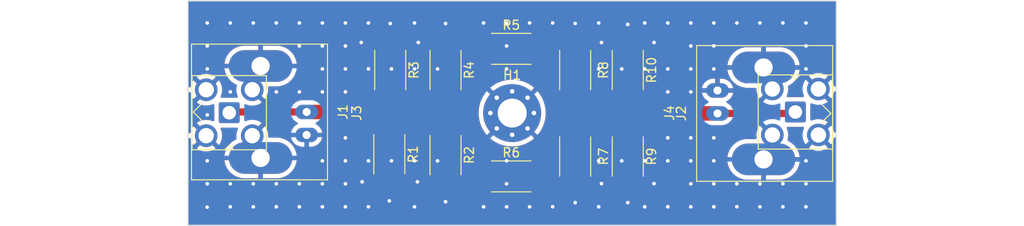
<source format=kicad_pcb>
(kicad_pcb (version 20221018) (generator pcbnew)
  (layers (0 "F.Cu" signal) (31 "B.Cu" signal) (34 "B.Paste" user) (35 "F.Paste" user) (36 "B.SilkS" user "B.Silkscreen") (37 "F.SilkS" user "F.Silkscreen") (38 "B.Mask" user) (39 "F.Mask" user) (44 "Edge.Cuts" user))
  (net 0 "")
  (net 1 "GND")
  (net 2 "/IN")
  (net 3 "/OUT")
  (footprint "Connector_Coaxial:BNC_Amphenol_B6252HB-NPP3G-50_Horizontal" (layer "F.Cu") (at 197.5 97.14 -90)
    (fp_text reference "J2" (at 0 4 90) (layer "F.SilkS"))
    (fp_text value "Conn_Coaxial")
    (fp_line (start -7.5 -12.7) (end 7.5 -12.7) (stroke (width 0.12)) (layer "F.SilkS"))
    (fp_line (start -7.5 2.3) (end -7.5 -12.7) (stroke (width 0.12)) (layer "F.SilkS"))
    (fp_line (start 0 -12.5) (end -1 -11.5) (stroke (width 0.12)) (layer "F.SilkS"))
    (fp_line (start 0 -12.5) (end 1 -11.5) (stroke (width 0.12)) (layer "F.SilkS"))
    (fp_line (start 7.5 -12.7) (end 7.5 2.3) (stroke (width 0.12)) (layer "F.SilkS"))
    (fp_line (start 7.5 2.3) (end -7.5 2.3) (stroke (width 0.12)) (layer "F.SilkS"))
    (pad "1" thru_hole oval (at 0 0 270) (size 1.6 2.5) (drill 0.89) (layers "*.Cu" "*.Mask") (net 3 "/OUT"))
    (pad "2" thru_hole oval (at -5.08 -5.08 270) (size 3.5 7) (drill 2.01) (layers "*.Cu" "*.Mask") (net 1 "GND"))
    (pad "2" thru_hole oval (at -2.54 0 270) (size 1.6 2.5) (drill 0.89) (layers "*.Cu" "*.Mask") (net 1 "GND"))
    (pad "2" thru_hole oval (at 5.08 -5.08 270) (size 3.5 7) (drill 2.01) (layers "*.Cu" "*.Mask") (net 1 "GND"))
  )
  (footprint "Resistor_SMD:R_2512_6332Metric_Pad1.40x3.35mm_HandSolder" (layer "F.Cu") (at 174.75 90)
    (fp_text reference "R5" (at 0 -2.62) (layer "F.SilkS"))
    (fp_text value "R")
    (fp_line (start -2.177064 -1.71) (end 2.177064 -1.71) (stroke (width 0.12)) (layer "F.SilkS"))
    (fp_line (start -2.177064 1.71) (end 2.177064 1.71) (stroke (width 0.12)) (layer "F.SilkS"))
    (pad "1" smd roundrect (at -3.05 0) (size 1.4 3.35) (layers "F.Cu" "F.Paste" "F.Mask") (roundrect_rratio 0.1785707143) (net 2 "/IN"))
    (pad "2" smd roundrect (at 3.05 0) (size 1.4 3.35) (layers "F.Cu" "F.Paste" "F.Mask") (roundrect_rratio 0.1785707143) (net 3 "/OUT"))
  )
  (footprint "Resistor_SMD:R_2512_6332Metric_Pad1.40x3.35mm_HandSolder" (layer "F.Cu") (at 181.8 101.9 -90)
    (fp_text reference "R7" (at 0 -3.12 90) (layer "F.SilkS"))
    (fp_text value "R")
    (fp_line (start -2.177064 -1.71) (end 2.177064 -1.71) (stroke (width 0.12)) (layer "F.SilkS"))
    (fp_line (start -2.177064 1.71) (end 2.177064 1.71) (stroke (width 0.12)) (layer "F.SilkS"))
    (pad "1" smd roundrect (at -3.05 0 270) (size 1.4 3.35) (layers "F.Cu" "F.Paste" "F.Mask") (roundrect_rratio 0.1785707143) (net 3 "/OUT"))
    (pad "2" smd roundrect (at 3.05 0 270) (size 1.4 3.35) (layers "F.Cu" "F.Paste" "F.Mask") (roundrect_rratio 0.1785707143) (net 1 "GND"))
  )
  (footprint "Resistor_SMD:R_2512_6332Metric_Pad1.40x3.35mm_HandSolder" (layer "F.Cu") (at 161.4 92.35 -90)
    (fp_text reference "R3" (at 0 -2.62 90) (layer "F.SilkS"))
    (fp_text value "R")
    (fp_line (start -2.177064 -1.71) (end 2.177064 -1.71) (stroke (width 0.12)) (layer "F.SilkS"))
    (fp_line (start -2.177064 1.71) (end 2.177064 1.71) (stroke (width 0.12)) (layer "F.SilkS"))
    (pad "1" smd roundrect (at -3.05 0 270) (size 1.4 3.35) (layers "F.Cu" "F.Paste" "F.Mask") (roundrect_rratio 0.1785707143) (net 1 "GND"))
    (pad "2" smd roundrect (at 3.05 0 270) (size 1.4 3.35) (layers "F.Cu" "F.Paste" "F.Mask") (roundrect_rratio 0.1785707143) (net 2 "/IN"))
  )
  (footprint "Connector_Coaxial:SMA_Amphenol_901-143_Horizontal" (layer "F.Cu") (at 143.64 97.06 90)
    (fp_text reference "J3" (at -0.04 14.06 270) (layer "F.SilkS"))
    (fp_text value "Conn_Coaxial")
    (fp_line (start -4.1 -4.1) (end -4.1 4.1) (stroke (width 0.12)) (layer "F.SilkS"))
    (fp_line (start -4.1 -4.1) (end 4.1 -4.1) (stroke (width 0.12)) (layer "F.SilkS"))
    (fp_line (start -4.1 0.5) (end -3.6 0) (stroke (width 0.12)) (layer "F.SilkS"))
    (fp_line (start -4.1 4.1) (end 4.1 4.1) (stroke (width 0.12)) (layer "F.SilkS"))
    (fp_line (start -3.6 0) (end -4.1 -0.5) (stroke (width 0.12)) (layer "F.SilkS"))
    (fp_line (start 4.1 -4.1) (end 4.1 4.1) (stroke (width 0.12)) (layer "F.SilkS"))
    (pad "1" thru_hole roundrect (at 0 0 90) (size 2.3 2.3) (drill 1.5) (layers "*.Cu" "*.Mask") (roundrect_rratio 0.087) (net 2 "/IN"))
    (pad "2" thru_hole circle (at -2.54 -2.54 90) (size 2.5 2.5) (drill 1.7) (layers "*.Cu" "*.Mask") (net 1 "GND"))
    (pad "2" thru_hole circle (at -2.54 2.54 90) (size 2.5 2.5) (drill 1.7) (layers "*.Cu" "*.Mask") (net 1 "GND"))
    (pad "2" thru_hole circle (at 2.54 -2.54 90) (size 2.5 2.5) (drill 1.7) (layers "*.Cu" "*.Mask") (net 1 "GND"))
    (pad "2" thru_hole circle (at 2.54 2.54 90) (size 2.5 2.5) (drill 1.7) (layers "*.Cu" "*.Mask") (net 1 "GND"))
  )
  (footprint "Resistor_SMD:R_2512_6332Metric_Pad1.40x3.35mm_HandSolder" (layer "F.Cu") (at 187.6 92.35 -90)
    (fp_text reference "R10" (at 0 -2.62 90) (layer "F.SilkS"))
    (fp_text value "R")
    (fp_line (start -2.177064 -1.71) (end 2.177064 -1.71) (stroke (width 0.12)) (layer "F.SilkS"))
    (fp_line (start -2.177064 1.71) (end 2.177064 1.71) (stroke (width 0.12)) (layer "F.SilkS"))
    (pad "1" smd roundrect (at -3.05 0 270) (size 1.4 3.35) (layers "F.Cu" "F.Paste" "F.Mask") (roundrect_rratio 0.1785707143) (net 1 "GND"))
    (pad "2" smd roundrect (at 3.05 0 270) (size 1.4 3.35) (layers "F.Cu" "F.Paste" "F.Mask") (roundrect_rratio 0.1785707143) (net 3 "/OUT"))
  )
  (footprint "Connector_Coaxial:BNC_Amphenol_B6252HB-NPP3G-50_Horizontal" (layer "F.Cu") (at 152.18 96.98 90)
    (fp_text reference "J1" (at 0 4 90) (layer "F.SilkS"))
    (fp_text value "Conn_Coaxial")
    (fp_line (start -7.5 -12.7) (end 7.5 -12.7) (stroke (width 0.12)) (layer "F.SilkS"))
    (fp_line (start -7.5 2.3) (end -7.5 -12.7) (stroke (width 0.12)) (layer "F.SilkS"))
    (fp_line (start 0 -12.5) (end -1 -11.5) (stroke (width 0.12)) (layer "F.SilkS"))
    (fp_line (start 0 -12.5) (end 1 -11.5) (stroke (width 0.12)) (layer "F.SilkS"))
    (fp_line (start 7.5 -12.7) (end 7.5 2.3) (stroke (width 0.12)) (layer "F.SilkS"))
    (fp_line (start 7.5 2.3) (end -7.5 2.3) (stroke (width 0.12)) (layer "F.SilkS"))
    (pad "1" thru_hole oval (at 0 0 90) (size 1.6 2.5) (drill 0.89) (layers "*.Cu" "*.Mask") (net 2 "/IN"))
    (pad "2" thru_hole oval (at -5.08 -5.08 90) (size 3.5 7) (drill 2.01) (layers "*.Cu" "*.Mask") (net 1 "GND"))
    (pad "2" thru_hole oval (at -2.54 0 90) (size 1.6 2.5) (drill 0.89) (layers "*.Cu" "*.Mask") (net 1 "GND"))
    (pad "2" thru_hole oval (at 5.08 -5.08 90) (size 3.5 7) (drill 2.01) (layers "*.Cu" "*.Mask") (net 1 "GND"))
  )
  (footprint "Resistor_SMD:R_2512_6332Metric_Pad1.40x3.35mm_HandSolder" (layer "F.Cu") (at 174.75 104.1)
    (fp_text reference "R6" (at 0 -2.62) (layer "F.SilkS"))
    (fp_text value "R")
    (fp_line (start -2.177064 -1.71) (end 2.177064 -1.71) (stroke (width 0.12)) (layer "F.SilkS"))
    (fp_line (start -2.177064 1.71) (end 2.177064 1.71) (stroke (width 0.12)) (layer "F.SilkS"))
    (pad "1" smd roundrect (at -3.05 0) (size 1.4 3.35) (layers "F.Cu" "F.Paste" "F.Mask") (roundrect_rratio 0.1785707143) (net 2 "/IN"))
    (pad "2" smd roundrect (at 3.05 0) (size 1.4 3.35) (layers "F.Cu" "F.Paste" "F.Mask") (roundrect_rratio 0.1785707143) (net 3 "/OUT"))
  )
  (footprint "Connector_Coaxial:SMA_Amphenol_901-143_Horizontal" (layer "F.Cu") (at 206.09 96.98 -90)
    (fp_text reference "J4" (at 0.12 13.89 -90) (layer "F.SilkS"))
    (fp_text value "Conn_Coaxial")
    (fp_line (start -4.1 -4.1) (end -4.1 4.1) (stroke (width 0.12)) (layer "F.SilkS"))
    (fp_line (start -4.1 -4.1) (end 4.1 -4.1) (stroke (width 0.12)) (layer "F.SilkS"))
    (fp_line (start -4.1 0.5) (end -3.6 0) (stroke (width 0.12)) (layer "F.SilkS"))
    (fp_line (start -4.1 4.1) (end 4.1 4.1) (stroke (width 0.12)) (layer "F.SilkS"))
    (fp_line (start -3.6 0) (end -4.1 -0.5) (stroke (width 0.12)) (layer "F.SilkS"))
    (fp_line (start 4.1 -4.1) (end 4.1 4.1) (stroke (width 0.12)) (layer "F.SilkS"))
    (pad "1" thru_hole roundrect (at 0 0 270) (size 2.3 2.3) (drill 1.5) (layers "*.Cu" "*.Mask") (roundrect_rratio 0.087) (net 3 "/OUT"))
    (pad "2" thru_hole circle (at -2.54 -2.54 270) (size 2.5 2.5) (drill 1.7) (layers "*.Cu" "*.Mask") (net 1 "GND"))
    (pad "2" thru_hole circle (at -2.54 2.54 270) (size 2.5 2.5) (drill 1.7) (layers "*.Cu" "*.Mask") (net 1 "GND"))
    (pad "2" thru_hole circle (at 2.54 -2.54 270) (size 2.5 2.5) (drill 1.7) (layers "*.Cu" "*.Mask") (net 1 "GND"))
    (pad "2" thru_hole circle (at 2.54 2.54 270) (size 2.5 2.5) (drill 1.7) (layers "*.Cu" "*.Mask") (net 1 "GND"))
  )
  (footprint "MountingHole:MountingHole_3.2mm_M3_Pad_Via" (layer "F.Cu") (at 174.85 97.1)
    (fp_text reference "H1" (at 0 -4.2) (layer "F.SilkS"))
    (fp_text value "MountingHole_Pad")
    (pad "1" thru_hole circle (at -2.4 0) (size 0.8 0.8) (drill 0.5) (layers "*.Cu" "*.Mask") (net 1 "GND"))
    (pad "1" thru_hole circle (at -1.697056 -1.697056) (size 0.8 0.8) (drill 0.5) (layers "*.Cu" "*.Mask") (net 1 "GND"))
    (pad "1" thru_hole circle (at -1.697056 1.697056) (size 0.8 0.8) (drill 0.5) (layers "*.Cu" "*.Mask") (net 1 "GND"))
    (pad "1" thru_hole circle (at 0 -2.4) (size 0.8 0.8) (drill 0.5) (layers "*.Cu" "*.Mask") (net 1 "GND"))
    (pad "1" thru_hole circle (at 0 0) (size 6.4 6.4) (drill 3.2) (layers "*.Cu" "*.Mask") (net 1 "GND"))
    (pad "1" thru_hole circle (at 0 2.4) (size 0.8 0.8) (drill 0.5) (layers "*.Cu" "*.Mask") (net 1 "GND"))
    (pad "1" thru_hole circle (at 1.697056 -1.697056) (size 0.8 0.8) (drill 0.5) (layers "*.Cu" "*.Mask") (net 1 "GND"))
    (pad "1" thru_hole circle (at 1.697056 1.697056) (size 0.8 0.8) (drill 0.5) (layers "*.Cu" "*.Mask") (net 1 "GND"))
    (pad "1" thru_hole circle (at 2.4 0) (size 0.8 0.8) (drill 0.5) (layers "*.Cu" "*.Mask") (net 1 "GND"))
  )
  (footprint "Resistor_SMD:R_2512_6332Metric_Pad1.40x3.35mm_HandSolder" (layer "F.Cu") (at 187.6 101.9 -90)
    (fp_text reference "R9" (at 0 -2.62 90) (layer "F.SilkS"))
    (fp_text value "R")
    (fp_line (start -2.177064 -1.71) (end 2.177064 -1.71) (stroke (width 0.12)) (layer "F.SilkS"))
    (fp_line (start -2.177064 1.71) (end 2.177064 1.71) (stroke (width 0.12)) (layer "F.SilkS"))
    (pad "1" smd roundrect (at -3.05 0 270) (size 1.4 3.35) (layers "F.Cu" "F.Paste" "F.Mask") (roundrect_rratio 0.1785707143) (net 3 "/OUT"))
    (pad "2" smd roundrect (at 3.05 0 270) (size 1.4 3.35) (layers "F.Cu" "F.Paste" "F.Mask") (roundrect_rratio 0.1785707143) (net 1 "GND"))
  )
  (footprint "Resistor_SMD:R_2512_6332Metric_Pad1.40x3.35mm_HandSolder" (layer "F.Cu") (at 181.8 92.35 -90)
    (fp_text reference "R8" (at 0 -3.12 90) (layer "F.SilkS"))
    (fp_text value "R")
    (fp_line (start -2.177064 -1.71) (end 2.177064 -1.71) (stroke (width 0.12)) (layer "F.SilkS"))
    (fp_line (start -2.177064 1.71) (end 2.177064 1.71) (stroke (width 0.12)) (layer "F.SilkS"))
    (pad "1" smd roundrect (at -3.05 0 270) (size 1.4 3.35) (layers "F.Cu" "F.Paste" "F.Mask") (roundrect_rratio 0.1785707143) (net 1 "GND"))
    (pad "2" smd roundrect (at 3.05 0 270) (size 1.4 3.35) (layers "F.Cu" "F.Paste" "F.Mask") (roundrect_rratio 0.1785707143) (net 3 "/OUT"))
  )
  (footprint "Resistor_SMD:R_2512_6332Metric_Pad1.40x3.35mm_HandSolder" (layer "F.Cu") (at 167.5 92.35 -90)
    (fp_text reference "R4" (at 0 -2.62 90) (layer "F.SilkS"))
    (fp_text value "R")
    (fp_line (start -2.177064 -1.71) (end 2.177064 -1.71) (stroke (width 0.12)) (layer "F.SilkS"))
    (fp_line (start -2.177064 1.71) (end 2.177064 1.71) (stroke (width 0.12)) (layer "F.SilkS"))
    (pad "1" smd roundrect (at -3.05 0 270) (size 1.4 3.35) (layers "F.Cu" "F.Paste" "F.Mask") (roundrect_rratio 0.1785707143) (net 1 "GND"))
    (pad "2" smd roundrect (at 3.05 0 270) (size 1.4 3.35) (layers "F.Cu" "F.Paste" "F.Mask") (roundrect_rratio 0.1785707143) (net 2 "/IN"))
  )
  (footprint "Resistor_SMD:R_2512_6332Metric_Pad1.40x3.35mm_HandSolder" (layer "F.Cu") (at 167.5 101.75 -90)
    (fp_text reference "R2" (at 0 -2.62 90) (layer "F.SilkS"))
    (fp_text value "R")
    (fp_line (start -2.177064 -1.71) (end 2.177064 -1.71) (stroke (width 0.12)) (layer "F.SilkS"))
    (fp_line (start -2.177064 1.71) (end 2.177064 1.71) (stroke (width 0.12)) (layer "F.SilkS"))
    (pad "1" smd roundrect (at -3.05 0 270) (size 1.4 3.35) (layers "F.Cu" "F.Paste" "F.Mask") (roundrect_rratio 0.1785707143) (net 2 "/IN"))
    (pad "2" smd roundrect (at 3.05 0 270) (size 1.4 3.35) (layers "F.Cu" "F.Paste" "F.Mask") (roundrect_rratio 0.1785707143) (net 1 "GND"))
  )
  (footprint "Resistor_SMD:R_2512_6332Metric_Pad1.40x3.35mm_HandSolder" (layer "F.Cu") (at 161.3 101.65 -90)
    (fp_text reference "R1" (at 0 -2.62 90) (layer "F.SilkS"))
    (fp_text value "R")
    (fp_line (start -2.177064 -1.71) (end 2.177064 -1.71) (stroke (width 0.12)) (layer "F.SilkS"))
    (fp_line (start -2.177064 1.71) (end 2.177064 1.71) (stroke (width 0.12)) (layer "F.SilkS"))
    (pad "1" smd roundrect (at -3.05 0 270) (size 1.4 3.35) (layers "F.Cu" "F.Paste" "F.Mask") (roundrect_rratio 0.1785707143) (net 2 "/IN"))
    (pad "2" smd roundrect (at 3.05 0 270) (size 1.4 3.35) (layers "F.Cu" "F.Paste" "F.Mask") (roundrect_rratio 0.1785707143) (net 1 "GND"))
  )
  (gr_rect (start 139.1 84.7) (end 210.6 109.5) (stroke (width 0.1)) (fill none) (layer "Edge.Cuts"))
  (via (at 153.915 102.38) (size 0.8) (drill 0.4) (layers "F.Cu" "B.Cu") (net 1))
  (via (at 153.915 94.76) (size 0.8) (drill 0.4) (layers "F.Cu" "B.Cu") (net 1))
  (via (at 153.915 92.22) (size 0.8) (drill 0.4) (layers "F.Cu" "B.Cu") (net 1))
  (via (at 176.775 107.46) (size 0.8) (drill 0.4) (layers "F.Cu" "B.Cu") (net 1))
  (via (at 197.095 102.38) (size 0.8) (drill 0.4) (layers "F.Cu" "B.Cu") (net 1))
  (via (at 171.695 107.46) (size 0.8) (drill 0.4) (layers "F.Cu" "B.Cu") (net 1))
  (via (at 199.635 104.92) (size 0.8) (drill 0.4) (layers "F.Cu" "B.Cu") (net 1))
  (via (at 171.695 87.14) (size 0.8) (drill 0.4) (layers "F.Cu" "B.Cu") (net 1))
  (via (at 161.535 92.22) (size 0.8) (drill 0.4) (layers "F.Cu" "B.Cu") (net 1))
  (via (at 156.455 87.14) (size 0.8) (drill 0.4) (layers "F.Cu" "B.Cu") (net 1))
  (via (at 194.555 104.92) (size 0.8) (drill 0.4) (layers "F.Cu" "B.Cu") (net 1))
  (via (at 197.095 99.84) (size 0.8) (drill 0.4) (layers "F.Cu" "B.Cu") (net 1))
  (via (at 197.095 104.92) (size 0.8) (drill 0.4) (layers "F.Cu" "B.Cu") (net 1))
  (via (at 187.6 87.3) (size 0.8) (drill 0.4) (layers "F.Cu" "B.Cu") (net 1))
  (via (at 156.455 104.92) (size 0.8) (drill 0.4) (layers "F.Cu" "B.Cu") (net 1))
  (via (at 141.215 92.22) (size 0.8) (drill 0.4) (layers "F.Cu" "B.Cu") (net 1))
  (via (at 143.755 104.92) (size 0.8) (drill 0.4) (layers "F.Cu" "B.Cu") (net 1))
  (via (at 161.4 87.2) (size 0.8) (drill 0.4) (layers "F.Cu" "B.Cu") (net 1))
  (via (at 192.015 87.14) (size 0.8) (drill 0.4) (layers "F.Cu" "B.Cu") (net 1))
  (via (at 148.835 107.46) (size 0.8) (drill 0.4) (layers "F.Cu" "B.Cu") (net 1))
  (via (at 192.015 92.22) (size 0.8) (drill 0.4) (layers "F.Cu" "B.Cu") (net 1))
  (via (at 194.555 107.46) (size 0.8) (drill 0.4) (layers "F.Cu" "B.Cu") (net 1))
  (via (at 181.8 107) (size 0.8) (drill 0.4) (layers "F.Cu" "B.Cu") (net 1))
  (via (at 146.295 104.92) (size 0.8) (drill 0.4) (layers "F.Cu" "B.Cu") (net 1))
  (via (at 174.235 89.68) (size 0.8) (drill 0.4) (layers "F.Cu" "B.Cu") (net 1))
  (via (at 158.995 92.22) (size 0.8) (drill 0.4) (layers "F.Cu" "B.Cu") (net 1))
  (via (at 197.095 92.22) (size 0.8) (drill 0.4) (layers "F.Cu" "B.Cu") (net 1))
  (via (at 164.5 89.3) (size 0.8) (drill 0.4) (layers "F.Cu" "B.Cu") (net 1))
  (via (at 143.755 94.76) (size 0.8) (drill 0.4) (layers "F.Cu" "B.Cu") (net 1))
  (via (at 179.315 107.46) (size 0.8) (drill 0.4) (layers "F.Cu" "B.Cu") (net 1))
  (via (at 158.2 89.3) (size 0.8) (drill 0.4) (layers "F.Cu" "B.Cu") (net 1))
  (via (at 194.555 94.76) (size 0.8) (drill 0.4) (layers "F.Cu" "B.Cu") (net 1))
  (via (at 184.7 89.3) (size 0.8) (drill 0.4) (layers "F.Cu" "B.Cu") (net 1))
  (via (at 194.555 87.14) (size 0.8) (drill 0.4) (layers "F.Cu" "B.Cu") (net 1))
  (via (at 174.235 104.92) (size 0.8) (drill 0.4) (layers "F.Cu" "B.Cu") (net 1))
  (via (at 156.455 107.46) (size 0.8) (drill 0.4) (layers "F.Cu" "B.Cu") (net 1))
  (via (at 202.175 87.14) (size 0.8) (drill 0.4) (layers "F.Cu" "B.Cu") (net 1))
  (via (at 197.095 89.68) (size 0.8) (drill 0.4) (layers "F.Cu" "B.Cu") (net 1))
  (via (at 194.555 92.22) (size 0.8) (drill 0.4) (layers "F.Cu" "B.Cu") (net 1))
  (via (at 164.4 104.7) (size 0.8) (drill 0.4) (layers "F.Cu" "B.Cu") (net 1))
  (via (at 207.255 89.68) (size 0.8) (drill 0.4) (layers "F.Cu" "B.Cu") (net 1))
  (via (at 164.075 92.22) (size 0.8) (drill 0.4) (layers "F.Cu" "B.Cu") (net 1))
  (via (at 141.215 104.92) (size 0.8) (drill 0.4) (layers "F.Cu" "B.Cu") (net 1))
  (via (at 151.375 94.76) (size 0.8) (drill 0.4) (layers "F.Cu" "B.Cu") (net 1))
  (via (at 141.215 102.38) (size 0.8) (drill 0.4) (layers "F.Cu" "B.Cu") (net 1))
  (via (at 207.255 87.14) (size 0.8) (drill 0.4) (layers "F.Cu" "B.Cu") (net 1))
  (via (at 151.375 87.14) (size 0.8) (drill 0.4) (layers "F.Cu" "B.Cu") (net 1))
  (via (at 158.995 87.14) (size 0.8) (drill 0.4) (layers "F.Cu" "B.Cu") (net 1))
  (via (at 161.535 102.38) (size 0.8) (drill 0.4) (layers "F.Cu" "B.Cu") (net 1))
  (via (at 194.555 89.68) (size 0.8) (drill 0.4) (layers "F.Cu" "B.Cu") (net 1))
  (via (at 184.7 104.9) (size 0.8) (drill 0.4) (layers "F.Cu" "B.Cu") (net 1))
  (via (at 189.475 92.22) (size 0.8) (drill 0.4) (layers "F.Cu" "B.Cu") (net 1))
  (via (at 197.095 107.46) (size 0.8) (drill 0.4) (layers "F.Cu" "B.Cu") (net 1))
  (via (at 192.015 107.46) (size 0.8) (drill 0.4) (layers "F.Cu" "B.Cu") (net 1))
  (via (at 153.915 107.46) (size 0.8) (drill 0.4) (layers "F.Cu" "B.Cu") (net 1))
  (via (at 164.075 107.46) (size 0.8) (drill 0.4) (layers "F.Cu" "B.Cu") (net 1))
  (via (at 174.235 87.14) (size 0.8) (drill 0.4) (layers "F.Cu" "B.Cu") (net 1))
  (via (at 186.935 92.22) (size 0.8) (drill 0.4) (layers "F.Cu" "B.Cu") (net 1))
  (via (at 194.555 102.38) (size 0.8) (drill 0.4) (layers "F.Cu" "B.Cu") (net 1))
  (via (at 199.635 107.46) (size 0.8) (drill 0.4) (layers "F.Cu" "B.Cu") (net 1))
  (via (at 156.455 94.76) (size 0.8) (drill 0.4) (layers "F.Cu" "B.Cu") (net 1))
  (via (at 158.995 107.46) (size 0.8) (drill 0.4) (layers "F.Cu" "B.Cu") (net 1))
  (via (at 167.5 87.2) (size 0.8) (drill 0.4) (layers "F.Cu" "B.Cu") (net 1))
  (via (at 192.015 99.84) (size 0.8) (drill 0.4) (layers "F.Cu" "B.Cu") (net 1))
  (via (at 176.775 87.14) (size 0.8) (drill 0.4) (layers "F.Cu" "B.Cu") (net 1))
  (via (at 141.215 87.14) (size 0.8) (drill 0.4) (layers "F.Cu" "B.Cu") (net 1))
  (via (at 143.755 107.46) (size 0.8) (drill 0.4) (layers "F.Cu" "B.Cu") (net 1))
  (via (at 158.3 104.7) (size 0.8) (drill 0.4) (layers "F.Cu" "B.Cu") (net 1))
  (via (at 151.375 104.92) (size 0.8) (drill 0.4) (layers "F.Cu" "B.Cu") (net 1))
  (via (at 146.295 107.46) (size 0.8) (drill 0.4) (layers "F.Cu" "B.Cu") (net 1))
  (via (at 174.235 92.22) (size 0.8) (drill 0.4) (layers "F.Cu" "B.Cu") (net 1))
  (via (at 141.2 107.5) (size 0.8) (drill 0.4) (layers "F.Cu" "B.Cu") (net 1))
  (via (at 207.255 102.38) (size 0.8) (drill 0.4) (layers "F.Cu" "B.Cu") (net 1))
  (via (at 143.755 87.14) (size 0.8) (drill 0.4) (layers "F.Cu" "B.Cu") (net 1))
  (via (at 148.835 94.76) (size 0.8) (drill 0.4) (layers "F.Cu" "B.Cu") (net 1))
  (via (at 153.915 89.68) (size 0.8) (drill 0.4) (layers "F.Cu" "B.Cu") (net 1))
  (via (at 189.475 102.38) (size 0.8) (drill 0.4) (layers "F.Cu" "B.Cu") (net 1))
  (via (at 174.235 102.38) (size 0.8) (drill 0.4) (layers "F.Cu" "B.Cu") (net 1))
  (via (at 164.075 102.38) (size 0.8) (drill 0.4) (layers "F.Cu" "B.Cu") (net 1))
  (via (at 158.995 102.38) (size 0.8) (drill 0.4) (layers "F.Cu" "B.Cu") (net 1))
  (via (at 153.915 87.14) (size 0.8) (drill 0.4) (layers "F.Cu" "B.Cu") (net 1))
  (via (at 204.715 107.46) (size 0.8) (drill 0.4) (layers "F.Cu" "B.Cu") (net 1))
  (via (at 207.255 107.46) (size 0.8) (drill 0.4) (layers "F.Cu" "B.Cu") (net 1))
  (via (at 204.715 87.14) (size 0.8) (drill 0.4) (layers "F.Cu" "B.Cu") (net 1))
  (via (at 202.175 104.92) (size 0.8) (drill 0.4) (layers "F.Cu" "B.Cu") (net 1))
  (via (at 207.255 92.22) (size 0.8) (drill 0.4) (layers "F.Cu" "B.Cu") (net 1))
  (via (at 179.315 87.14) (size 0.8) (drill 0.4) (layers "F.Cu" "B.Cu") (net 1))
  (via (at 166.615 92.22) (size 0.8) (drill 0.4) (layers "F.Cu" "B.Cu") (net 1))
  (via (at 156.455 92.22) (size 0.8) (drill 0.4) (layers "F.Cu" "B.Cu") (net 1))
  (via (at 186.935 102.38) (size 0.8) (drill 0.4) (layers "F.Cu" "B.Cu") (net 1))
  (via (at 141.215 89.68) (size 0.8) (drill 0.4) (layers "F.Cu" "B.Cu") (net 1))
  (via (at 151.375 107.46) (size 0.8) (drill 0.4) (layers "F.Cu" "B.Cu") (net 1))
  (via (at 184.395 102.38) (size 0.8) (drill 0.4) (layers "F.Cu" "B.Cu") (net 1))
  (via (at 204.715 104.92) (size 0.8) (drill 0.4) (layers "F.Cu" "B.Cu") (net 1))
  (via (at 148.835 104.92) (size 0.8) (drill 0.4) (layers "F.Cu" "B.Cu") (net 1))
  (via (at 207.255 104.92) (size 0.8) (drill 0.4) (layers "F.Cu" "B.Cu") (net 1))
  (via (at 190.5 89.3) (size 0.8) (drill 0.4) (layers "F.Cu" "B.Cu") (net 1))
  (via (at 151.375 89.68) (size 0.8) (drill 0.4) (layers "F.Cu" "B.Cu") (net 1))
  (via (at 166.615 102.38) (size 0.8) (drill 0.4) (layers "F.Cu" "B.Cu") (net 1))
  (via (at 189.475 87.14) (size 0.8) (drill 0.4) (layers "F.Cu" "B.Cu") (net 1))
  (via (at 156.455 89.68) (size 0.8) (drill 0.4) (layers "F.Cu" "B.Cu") (net 1))
  (via (at 202.175 107.46) (size 0.8) (drill 0.4) (layers "F.Cu" "B.Cu") (net 1))
  (via (at 148.835 87.14) (size 0.8) (drill 0.4) (layers "F.Cu" "B.Cu") (net 1))
  (via (at 184.395 92.22) (size 0.8) (drill 0.4) (layers "F.Cu" "B.Cu") (net 1))
  (via (at 181.8 87.2) (size 0.8) (drill 0.4) (layers "F.Cu" "B.Cu") (net 1))
  (via (at 192.015 102.38) (size 0.8) (drill 0.4) (layers "F.Cu" "B.Cu") (net 1))
  (via (at 164.075 87.14) (size 0.8) (drill 0.4) (layers "F.Cu" "B.Cu") (net 1))
  (via (at 167.5 106.9) (size 0.8) (drill 0.4) (layers "F.Cu" "B.Cu") (net 1))
  (via (at 146.295 87.14) (size 0.8) (drill 0.4) (layers "F.Cu" "B.Cu") (net 1))
  (via (at 156.455 102.38) (size 0.8) (drill 0.4) (layers "F.Cu" "B.Cu") (net 1))
  (via (at 197.095 87.14) (size 0.8) (drill 0.4) (layers "F.Cu" "B.Cu") (net 1))
  (via (at 184.395 107.46) (size 0.8) (drill 0.4) (layers "F.Cu" "B.Cu") (net 1))
  (via (at 156.455 99.84) (size 0.8) (drill 0.4) (layers "F.Cu" "B.Cu") (net 1))
  (via (at 187.6 107) (size 0.8) (drill 0.4) (layers "F.Cu" "B.Cu") (net 1))
  (via (at 184.395 87.14) (size 0.8) (drill 0.4) (layers "F.Cu" "B.Cu") (net 1))
  (via (at 161.3 106.8) (size 0.8) (drill 0.4) (layers "F.Cu" "B.Cu") (net 1))
  (via (at 194.555 99.84) (size 0.8) (drill 0.4) (layers "F.Cu" "B.Cu") (net 1))
  (via (at 174.235 107.46) (size 0.8) (drill 0.4) (layers "F.Cu" "B.Cu") (net 1))
  (via (at 199.635 87.14) (size 0.8) (drill 0.4) (layers "F.Cu" "B.Cu") (net 1))
  (via (at 141.215 97.3) (size 0.8) (drill 0.4) (layers "F.Cu" "B.Cu") (net 1))
  (via (at 153.915 104.92) (size 0.8) (drill 0.4) (layers "F.Cu" "B.Cu") (net 1))
  (via (at 189.475 107.46) (size 0.8) (drill 0.4) (layers "F.Cu" "B.Cu") (net 1))
  (via (at 190.5 104.9) (size 0.8) (drill 0.4) (layers "F.Cu" "B.Cu") (net 1))
  (via (at 192.015 94.76) (size 0.8) (drill 0.4) (layers "F.Cu" "B.Cu") (net 1))
  (segment (start 152.18 96.98) (end 165.93 96.98) (width 1.6) (layer "F.Cu") (net 2))
  (segment (start 161.4 95.4) (end 161.4 98.5) (width 0.8) (layer "F.Cu") (net 2))
  (segment (start 143.72 96.98) (end 152.18 96.98) (width 0.8) (layer "F.Cu") (net 2))
  (segment (start 167.5 94.2) (end 171.7 90) (width 0.8) (layer "F.Cu") (net 2))
  (segment (start 167.5 95.4) (end 167.5 94.2) (width 0.8) (layer "F.Cu") (net 2))
  (segment (start 143.64 97.06) (end 143.72 96.98) (width 0.8) (layer "F.Cu") (net 2))
  (segment (start 161.4 98.5) (end 161.3 98.6) (width 0.8) (layer "F.Cu") (net 2))
  (segment (start 152.18 96.98) (end 165.77 96.98) (width 0.8) (layer "F.Cu") (net 2))
  (segment (start 167.5 98.7) (end 167.5 99.9) (width 0.8) (layer "F.Cu") (net 2))
  (segment (start 165.77 97.13) (end 167.5 95.4) (width 0.8) (layer "F.Cu") (net 2))
  (segment (start 165.93 97.13) (end 167.5 98.7) (width 0.8) (layer "F.Cu") (net 2))
  (segment (start 167.5 99.9) (end 171.7 104.1) (width 0.8) (layer "F.Cu") (net 2))
  (segment (start 181.8 94) (end 177.8 90) (width 0.8) (layer "F.Cu") (net 3))
  (segment (start 181.8 98.85) (end 181.8 100.3) (width 0.8) (layer "F.Cu") (net 3))
  (segment (start 205.93 97.14) (end 197.5 97.14) (width 0.8) (layer "F.Cu") (net 3))
  (segment (start 183.74 97.34) (end 181.8 95.4) (width 0.8) (layer "F.Cu") (net 3))
  (segment (start 183.31 97.34) (end 181.8 98.85) (width 0.8) (layer "F.Cu") (net 3))
  (segment (start 181.8 95.4) (end 181.8 94.2) (width 0.8) (layer "F.Cu") (net 3))
  (segment (start 197.5 97.14) (end 183.31 97.14) (width 0.8) (layer "F.Cu") (net 3))
  (segment (start 181.8 100.1) (end 177.8 104.1) (width 0.8) (layer "F.Cu") (net 3))
  (segment (start 206.09 96.98) (end 205.93 97.14) (width 0.8) (layer "F.Cu") (net 3))
  (segment (start 197.5 97.14) (end 183.74 97.14) (width 1.6) (layer "F.Cu") (net 3))
  (segment (start 187.6 95.4) (end 187.6 98.85) (width 0.8) (layer "F.Cu") (net 3))
  (zone (net 3) (net_name "/OUT") (layer "F.Cu") (priority 3) (connect_pads (clearance 0.5)) (min_thickness 0.25) (fill yes (thermal_gap 0.5) (thermal_bridge_width 0.5))
    (polygon (pts (xy 189.3 94.5) (xy 191.1 96.4) (xy 191.1 97.9) (xy 189.2 99.8) (xy 179.9 99.8) (xy 179.9 94.5)))
  )
  (zone (net 2) (net_name "/IN") (layer "F.Cu") (priority 2) (connect_pads (clearance 0.5)) (min_thickness 0.25) (fill yes (thermal_gap 0.5) (thermal_bridge_width 0.5))
    (polygon (pts (xy 158.4 96.2) (xy 159.8 94.7) (xy 169.2 94.7) (xy 169.2 99.4) (xy 159.7 99.3) (xy 158.4 97.8)))
  )
  (zone (net 1) (net_name "GND") (layer "F.Cu") (connect_pads (clearance 0.5)) (min_thickness 0.25) (fill yes (thermal_gap 0.5) (thermal_bridge_width 0.5))
    (polygon (pts (xy 139.1 109.5) (xy 210.6 109.5) (xy 210.6 84.7) (xy 139.1 84.7)))
  )
  (zone (net 1) (net_name "GND") (layer "B.Cu") (priority 1) (connect_pads (clearance 0.5)) (min_thickness 0.25) (fill yes (thermal_gap 0.5) (thermal_bridge_width 0.5))
    (polygon (pts (xy 139.1 109.6) (xy 210.6 109.5) (xy 210.6 84.7) (xy 139.1 84.7)))
  )
)
</source>
